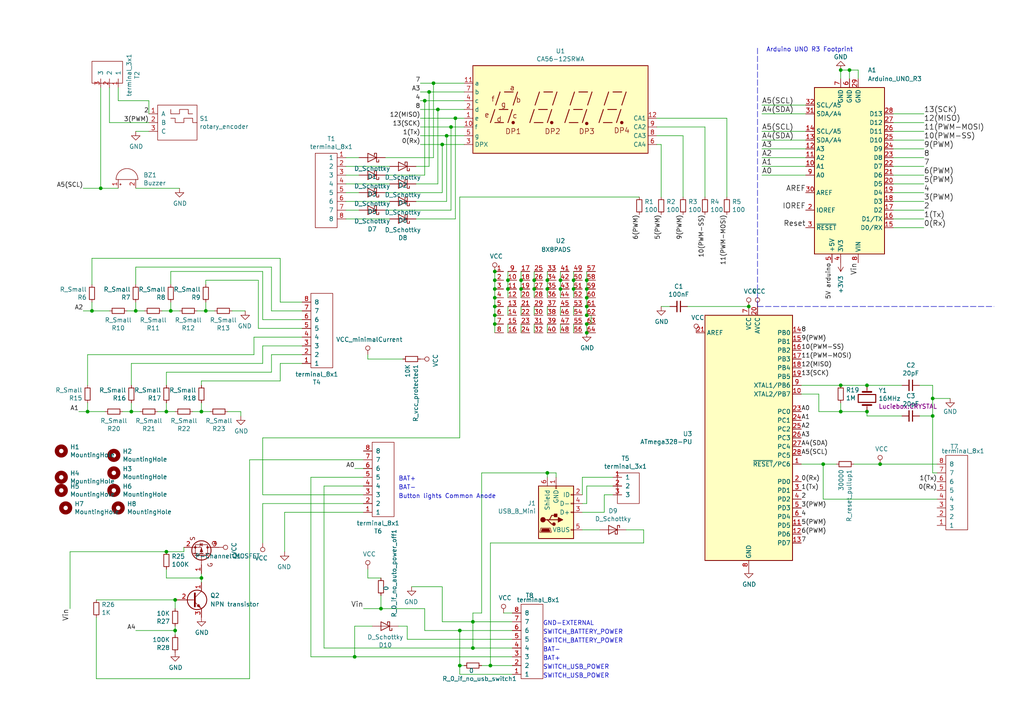
<source format=kicad_sch>
(kicad_sch (version 20211123) (generator eeschema)
  (paper "A4")
  (junction (at 255.27 134.62))
  (junction (at 133.35 193.04))
  (junction (at 143.51 86.36))
  (junction (at 154.94 81.28))
  (junction (at 128.27 41.91))
  (junction (at 39.37 90.17))
  (junction (at 270.51 115.57))
  (junction (at 124.46 26.67))
  (junction (at 170.18 81.28))
  (junction (at 147.32 81.28))
  (junction (at 29.21 54.61))
  (junction (at 143.51 88.9))
  (junction (at 143.51 81.28))
  (junction (at 25.4 119.38))
  (junction (at 246.38 20.32))
  (junction (at 38.1 119.38))
  (junction (at 166.37 81.28))
  (junction (at 133.35 182.88))
  (junction (at 143.51 91.44))
  (junction (at 102.87 190.5))
  (junction (at 143.51 78.74))
  (junction (at 58.42 167.64))
  (junction (at 125.73 24.13))
  (junction (at 127 31.75))
  (junction (at 59.69 90.17))
  (junction (at 170.18 86.36))
  (junction (at 50.8 182.88))
  (junction (at 154.94 83.82))
  (junction (at 143.51 93.98))
  (junction (at 162.56 81.28))
  (junction (at 49.53 90.17))
  (junction (at 137.16 180.34))
  (junction (at 270.51 120.65))
  (junction (at 170.18 83.82))
  (junction (at 170.18 93.98))
  (junction (at 238.76 134.62))
  (junction (at 123.19 29.21))
  (junction (at 251.46 111.76))
  (junction (at 151.13 83.82))
  (junction (at 217.17 88.9))
  (junction (at 110.49 176.53))
  (junction (at 142.24 193.04))
  (junction (at 170.18 91.44))
  (junction (at 158.75 83.82))
  (junction (at 243.84 119.38))
  (junction (at 50.8 173.99))
  (junction (at 158.75 81.28))
  (junction (at 170.18 88.9))
  (junction (at 170.18 96.52))
  (junction (at 151.13 81.28))
  (junction (at 58.42 119.38))
  (junction (at 243.84 111.76))
  (junction (at 243.84 20.32))
  (junction (at 48.26 119.38))
  (junction (at 129.54 39.37))
  (junction (at 26.67 90.17))
  (junction (at 132.08 34.29))
  (junction (at 251.46 119.38))
  (junction (at 130.81 36.83))
  (junction (at 143.51 83.82))
  (junction (at 162.56 83.82))
  (junction (at 48.26 160.02))
  (junction (at 147.32 83.82))
  (junction (at 158.75 137.16))
  (junction (at 137.16 187.96))
  (junction (at 166.37 83.82))
  (wire (pts (xy 259.08 33.02) (xy 267.97 33.02)))
  (wire (pts (xy 130.81 60.96) (xy 130.81 36.83)))
  (wire (pts (xy 123.19 29.21) (xy 134.62 29.21)))
  (wire (pts (xy 186.69 153.67) (xy 186.69 157.48)))
  (wire (pts (xy 237.49 119.38) (xy 243.84 119.38)))
  (wire (pts (xy 133.35 195.58) (xy 133.35 193.04)))
  (wire (pts (xy 26.67 74.93) (xy 26.67 82.55)))
  (wire (pts (xy 48.26 160.02) (xy 53.34 160.02)))
  (wire (pts (xy 125.73 24.13) (xy 134.62 24.13)))
  (wire (pts (xy 76.2 146.05) (xy 105.41 146.05)))
  (wire (pts (xy 102.87 190.5) (xy 102.87 181.61)))
  (wire (pts (xy 158.75 137.16) (xy 158.75 138.43)))
  (wire (pts (xy 24.13 54.61) (xy 29.21 54.61)))
  (wire (pts (xy 132.08 63.5) (xy 132.08 34.29)))
  (wire (pts (xy 168.91 153.67) (xy 173.99 153.67)))
  (wire (pts (xy 110.49 176.53) (xy 123.19 176.53)))
  (wire (pts (xy 119.38 170.18) (xy 128.27 170.18)))
  (wire (pts (xy 87.63 100.33) (xy 76.2 100.33)))
  (wire (pts (xy 237.49 114.3) (xy 232.41 114.3)))
  (wire (pts (xy 242.57 134.62) (xy 238.76 134.62)))
  (wire (pts (xy 137.16 187.96) (xy 148.59 187.96)))
  (wire (pts (xy 50.8 173.99) (xy 50.8 176.53)))
  (wire (pts (xy 58.42 167.64) (xy 58.42 168.91)))
  (wire (pts (xy 158.75 81.28) (xy 158.75 78.74)))
  (wire (pts (xy 151.13 78.74) (xy 151.13 81.28)))
  (wire (pts (xy 93.98 187.96) (xy 93.98 140.97)))
  (wire (pts (xy 62.23 90.17) (xy 59.69 90.17)))
  (wire (pts (xy 246.38 20.32) (xy 243.84 20.32)))
  (wire (pts (xy 82.55 148.59) (xy 82.55 160.02)))
  (wire (pts (xy 134.62 193.04) (xy 133.35 193.04)))
  (wire (pts (xy 259.08 63.5) (xy 267.97 63.5)))
  (wire (pts (xy 69.85 119.38) (xy 69.85 120.65)))
  (wire (pts (xy 166.37 86.36) (xy 166.37 83.82)))
  (wire (pts (xy 151.13 83.82) (xy 151.13 86.36)))
  (wire (pts (xy 102.87 181.61) (xy 107.95 181.61)))
  (wire (pts (xy 158.75 96.52) (xy 158.75 93.98)))
  (wire (pts (xy 162.56 93.98) (xy 162.56 96.52)))
  (wire (pts (xy 248.92 20.32) (xy 246.38 20.32)))
  (wire (pts (xy 128.27 55.88) (xy 128.27 41.91)))
  (wire (pts (xy 127 53.34) (xy 120.65 53.34)))
  (wire (pts (xy 100.33 48.26) (xy 113.03 48.26)))
  (wire (pts (xy 190.5 39.37) (xy 198.12 39.37)))
  (wire (pts (xy 171.45 93.98) (xy 171.45 91.44)))
  (wire (pts (xy 25.4 119.38) (xy 25.4 116.84)))
  (wire (pts (xy 48.26 107.95) (xy 48.26 111.76)))
  (wire (pts (xy 270.51 111.76) (xy 270.51 115.57)))
  (wire (pts (xy 24.13 90.17) (xy 26.67 90.17)))
  (wire (pts (xy 168.91 148.59) (xy 175.26 148.59)))
  (wire (pts (xy 270.51 137.16) (xy 271.78 137.16)))
  (wire (pts (xy 190.5 41.91) (xy 191.77 41.91)))
  (wire (pts (xy 199.39 88.9) (xy 217.17 88.9)))
  (wire (pts (xy 170.18 93.98) (xy 171.45 93.98)))
  (wire (pts (xy 49.53 78.74) (xy 49.53 82.55)))
  (wire (pts (xy 233.68 50.8) (xy 220.98 50.8)))
  (wire (pts (xy 143.51 78.74) (xy 143.51 81.28)))
  (wire (pts (xy 259.08 60.96) (xy 267.97 60.96)))
  (wire (pts (xy 137.16 180.34) (xy 137.16 177.8)))
  (wire (pts (xy 243.84 116.84) (xy 243.84 119.38)))
  (wire (pts (xy 36.83 90.17) (xy 39.37 90.17)))
  (wire (pts (xy 76.2 143.51) (xy 105.41 143.51)))
  (wire (pts (xy 110.49 167.64) (xy 106.68 167.64)))
  (wire (pts (xy 87.63 87.63) (xy 81.28 87.63)))
  (wire (pts (xy 40.64 119.38) (xy 38.1 119.38)))
  (wire (pts (xy 158.75 91.44) (xy 158.75 88.9)))
  (wire (pts (xy 105.41 176.53) (xy 110.49 176.53)))
  (wire (pts (xy 233.68 30.48) (xy 220.98 30.48)))
  (wire (pts (xy 271.78 144.78) (xy 238.76 144.78)))
  (wire (pts (xy 78.74 90.17) (xy 87.63 90.17)))
  (wire (pts (xy 248.92 22.86) (xy 248.92 20.32)))
  (wire (pts (xy 100.33 50.8) (xy 104.14 50.8)))
  (wire (pts (xy 127 31.75) (xy 127 53.34)))
  (wire (pts (xy 148.59 180.34) (xy 137.16 180.34)))
  (wire (pts (xy 259.08 40.64) (xy 267.97 40.64)))
  (wire (pts (xy 39.37 77.47) (xy 78.74 77.47)))
  (wire (pts (xy 162.56 81.28) (xy 162.56 83.82)))
  (wire (pts (xy 177.8 138.43) (xy 168.91 138.43)))
  (wire (pts (xy 233.68 43.18) (xy 220.98 43.18)))
  (wire (pts (xy 270.51 120.65) (xy 270.51 137.16)))
  (wire (pts (xy 58.42 110.49) (xy 58.42 111.76)))
  (wire (pts (xy 175.26 143.51) (xy 177.8 143.51)))
  (wire (pts (xy 170.18 81.28) (xy 170.18 78.74)))
  (wire (pts (xy 74.93 81.28) (xy 59.69 81.28)))
  (wire (pts (xy 35.56 119.38) (xy 38.1 119.38)))
  (wire (pts (xy 118.11 181.61) (xy 118.11 185.42)))
  (wire (pts (xy 147.32 81.28) (xy 147.32 83.82)))
  (wire (pts (xy 166.37 81.28) (xy 166.37 78.74)))
  (wire (pts (xy 210.82 34.29) (xy 210.82 57.15)))
  (wire (pts (xy 78.74 77.47) (xy 78.74 90.17)))
  (wire (pts (xy 59.69 81.28) (xy 59.69 82.55)))
  (wire (pts (xy 50.8 182.88) (xy 50.8 184.15)))
  (wire (pts (xy 73.66 97.79) (xy 73.66 102.87)))
  (wire (pts (xy 31.75 90.17) (xy 26.67 90.17)))
  (wire (pts (xy 90.17 138.43) (xy 90.17 190.5)))
  (wire (pts (xy 158.75 83.82) (xy 158.75 81.28)))
  (wire (pts (xy 81.28 87.63) (xy 81.28 74.93)))
  (wire (pts (xy 143.51 93.98) (xy 143.51 96.52)))
  (wire (pts (xy 30.48 119.38) (xy 25.4 119.38)))
  (wire (pts (xy 170.18 86.36) (xy 170.18 83.82)))
  (wire (pts (xy 102.87 135.89) (xy 105.41 135.89)))
  (wire (pts (xy 120.65 63.5) (xy 132.08 63.5)))
  (wire (pts (xy 52.07 90.17) (xy 49.53 90.17)))
  (wire (pts (xy 168.91 138.43) (xy 168.91 143.51)))
  (wire (pts (xy 259.08 66.04) (xy 267.97 66.04)))
  (wire (pts (xy 143.51 83.82) (xy 143.51 86.36)))
  (wire (pts (xy 93.98 187.96) (xy 137.16 187.96)))
  (wire (pts (xy 90.17 138.43) (xy 105.41 138.43)))
  (wire (pts (xy 154.94 83.82) (xy 154.94 86.36)))
  (wire (pts (xy 48.26 119.38) (xy 48.26 116.84)))
  (wire (pts (xy 25.4 102.87) (xy 25.4 111.76)))
  (wire (pts (xy 251.46 120.65) (xy 251.46 119.38)))
  (wire (pts (xy 151.13 96.52) (xy 151.13 93.98)))
  (wire (pts (xy 72.39 196.85) (xy 27.94 196.85)))
  (wire (pts (xy 148.59 195.58) (xy 133.35 195.58)))
  (wire (pts (xy 186.69 153.67) (xy 181.61 153.67)))
  (wire (pts (xy 93.98 140.97) (xy 105.41 140.97)))
  (wire (pts (xy 100.33 53.34) (xy 113.03 53.34)))
  (wire (pts (xy 142.24 193.04) (xy 148.59 193.04)))
  (wire (pts (xy 259.08 50.8) (xy 267.97 50.8)))
  (wire (pts (xy 139.7 193.04) (xy 142.24 193.04)))
  (wire (pts (xy 110.49 172.72) (xy 110.49 176.53)))
  (wire (pts (xy 38.1 105.41) (xy 38.1 111.76)))
  (wire (pts (xy 162.56 88.9) (xy 162.56 91.44)))
  (wire (pts (xy 261.62 120.65) (xy 251.46 120.65)))
  (wire (pts (xy 270.51 120.65) (xy 266.7 120.65)))
  (wire (pts (xy 137.16 180.34) (xy 137.16 187.96)))
  (wire (pts (xy 251.46 119.38) (xy 243.84 119.38)))
  (wire (pts (xy 90.17 190.5) (xy 102.87 190.5)))
  (wire (pts (xy 133.35 182.88) (xy 148.59 182.88)))
  (wire (pts (xy 190.5 36.83) (xy 204.47 36.83)))
  (wire (pts (xy 87.63 102.87) (xy 78.74 102.87)))
  (wire (pts (xy 50.8 119.38) (xy 48.26 119.38)))
  (wire (pts (xy 121.92 29.21) (xy 123.19 29.21)))
  (wire (pts (xy 66.04 119.38) (xy 69.85 119.38)))
  (wire (pts (xy 166.37 96.52) (xy 166.37 93.98)))
  (wire (pts (xy 154.94 78.74) (xy 154.94 81.28)))
  (wire (pts (xy 190.5 34.29) (xy 210.82 34.29)))
  (wire (pts (xy 238.76 144.78) (xy 238.76 134.62)))
  (wire (pts (xy 120.65 58.42) (xy 129.54 58.42)))
  (wire (pts (xy 259.08 48.26) (xy 267.97 48.26)))
  (wire (pts (xy 125.73 24.13) (xy 125.73 45.72)))
  (wire (pts (xy 49.53 90.17) (xy 49.53 87.63)))
  (wire (pts (xy 270.51 115.57) (xy 270.51 120.65)))
  (wire (pts (xy 161.29 137.16) (xy 161.29 138.43)))
  (wire (pts (xy 20.32 160.02) (xy 20.32 176.53)))
  (wire (pts (xy 251.46 111.76) (xy 261.62 111.76)))
  (wire (pts (xy 100.33 60.96) (xy 104.14 60.96)))
  (wire (pts (xy 233.68 38.1) (xy 220.98 38.1)))
  (wire (pts (xy 106.68 104.14) (xy 106.68 102.87)))
  (wire (pts (xy 132.08 34.29) (xy 134.62 34.29)))
  (wire (pts (xy 22.86 119.38) (xy 25.4 119.38)))
  (wire (pts (xy 60.96 119.38) (xy 58.42 119.38)))
  (wire (pts (xy 57.15 90.17) (xy 59.69 90.17)))
  (wire (pts (xy 154.94 81.28) (xy 154.94 83.82)))
  (wire (pts (xy 170.18 83.82) (xy 170.18 81.28)))
  (wire (pts (xy 127 31.75) (xy 134.62 31.75)))
  (wire (pts (xy 38.1 119.38) (xy 38.1 116.84)))
  (wire (pts (xy 27.94 173.99) (xy 50.8 173.99)))
  (wire (pts (xy 76.2 146.05) (xy 76.2 157.48)))
  (wire (pts (xy 259.08 38.1) (xy 267.97 38.1)))
  (wire (pts (xy 233.68 48.26) (xy 220.98 48.26)))
  (wire (pts (xy 259.08 58.42) (xy 267.97 58.42)))
  (wire (pts (xy 123.19 29.21) (xy 123.19 50.8)))
  (wire (pts (xy 130.81 36.83) (xy 134.62 36.83)))
  (wire (pts (xy 48.26 160.02) (xy 20.32 160.02)))
  (wire (pts (xy 53.34 158.75) (xy 53.34 160.02)))
  (wire (pts (xy 48.26 165.1) (xy 48.26 167.64)))
  (wire (pts (xy 29.21 54.61) (xy 34.29 54.61)))
  (wire (pts (xy 123.19 50.8) (xy 111.76 50.8)))
  (wire (pts (xy 166.37 91.44) (xy 166.37 88.9)))
  (wire (pts (xy 76.2 78.74) (xy 49.53 78.74)))
  (wire (pts (xy 158.75 86.36) (xy 158.75 83.82)))
  (wire (pts (xy 243.84 111.76) (xy 251.46 111.76)))
  (wire (pts (xy 147.32 83.82) (xy 147.32 86.36)))
  (wire (pts (xy 78.74 107.95) (xy 48.26 107.95)))
  (wire (pts (xy 175.26 148.59) (xy 175.26 143.51)))
  (wire (pts (xy 124.46 48.26) (xy 120.65 48.26)))
  (wire (pts (xy 142.24 157.48) (xy 142.24 193.04)))
  (wire (pts (xy 247.65 134.62) (xy 255.27 134.62)))
  (wire (pts (xy 43.18 35.56) (xy 31.75 35.56)))
  (wire (pts (xy 123.19 176.53) (xy 123.19 182.88)))
  (wire (pts (xy 170.18 91.44) (xy 170.18 88.9)))
  (wire (pts (xy 243.84 20.32) (xy 243.84 22.86)))
  (wire (pts (xy 111.76 60.96) (xy 130.81 60.96)))
  (wire (pts (xy 100.33 58.42) (xy 113.03 58.42)))
  (wire (pts (xy 259.08 43.18) (xy 267.97 43.18)))
  (wire (pts (xy 74.93 95.25) (xy 74.93 81.28)))
  (wire (pts (xy 233.68 33.02) (xy 220.98 33.02)))
  (wire (pts (xy 105.41 133.35) (xy 72.39 133.35)))
  (wire (pts (xy 115.57 181.61) (xy 118.11 181.61)))
  (wire (pts (xy 26.67 90.17) (xy 26.67 87.63)))
  (wire (pts (xy 143.51 81.28) (xy 143.51 83.82)))
  (wire (pts (xy 121.92 24.13) (xy 125.73 24.13)))
  (wire (pts (xy 121.92 34.29) (xy 132.08 34.29)))
  (wire (pts (xy 246.38 22.86) (xy 246.38 20.32)))
  (wire (pts (xy 259.08 55.88) (xy 267.97 55.88)))
  (wire (pts (xy 170.18 96.52) (xy 170.18 93.98)))
  (polyline (pts (xy 219.71 13.97) (xy 219.71 88.9)))
  (wire (pts (xy 259.08 53.34) (xy 267.97 53.34)))
  (wire (pts (xy 39.37 182.88) (xy 50.8 182.88)))
  (wire (pts (xy 133.35 57.15) (xy 133.35 127)))
  (wire (pts (xy 81.28 74.93) (xy 26.67 74.93)))
  (wire (pts (xy 147.32 88.9) (xy 147.32 91.44)))
  (wire (pts (xy 259.08 35.56) (xy 267.97 35.56)))
  (wire (pts (xy 87.63 95.25) (xy 74.93 95.25)))
  (wire (pts (xy 76.2 105.41) (xy 38.1 105.41)))
  (wire (pts (xy 147.32 93.98) (xy 147.32 96.52)))
  (wire (pts (xy 39.37 90.17) (xy 39.37 87.63)))
  (wire (pts (xy 171.45 91.44) (xy 170.18 91.44)))
  (wire (pts (xy 87.63 92.71) (xy 76.2 92.71)))
  (wire (pts (xy 151.13 91.44) (xy 151.13 88.9)))
  (wire (pts (xy 31.75 25.4) (xy 31.75 35.56)))
  (wire (pts (xy 100.33 63.5) (xy 113.03 63.5)))
  (wire (pts (xy 50.8 181.61) (xy 50.8 182.88)))
  (wire (pts (xy 147.32 78.74) (xy 147.32 81.28)))
  (wire (pts (xy 137.16 177.8) (xy 139.7 177.8)))
  (wire (pts (xy 133.35 193.04) (xy 133.35 182.88)))
  (wire (pts (xy 27.94 179.07) (xy 27.94 196.85)))
  (wire (pts (xy 133.35 127) (xy 76.2 127)))
  (wire (pts (xy 124.46 26.67) (xy 134.62 26.67)))
  (wire (pts (xy 259.08 45.72) (xy 267.97 45.72)))
  (wire (pts (xy 121.92 41.91) (xy 128.27 41.91)))
  (wire (pts (xy 166.37 83.82) (xy 166.37 81.28)))
  (wire (pts (xy 238.76 134.62) (xy 232.41 134.62)))
  (wire (pts (xy 191.77 41.91) (xy 191.77 57.15)))
  (wire (pts (xy 158.75 137.16) (xy 161.29 137.16)))
  (wire (pts (xy 162.56 83.82) (xy 162.56 86.36)))
  (wire (pts (xy 170.18 140.97) (xy 170.18 146.05)))
  (wire (pts (xy 87.63 97.79) (xy 73.66 97.79)))
  (wire (pts (xy 72.39 133.35) (xy 72.39 196.85)))
  (wire (pts (xy 170.18 88.9) (xy 170.18 86.36)))
  (wire (pts (xy 139.7 137.16) (xy 139.7 177.8)))
  (wire (pts (xy 139.7 137.16) (xy 158.75 137.16)))
  (wire (pts (xy 146.05 177.8) (xy 148.59 177.8)))
  (wire (pts (xy 121.92 31.75) (xy 127 31.75)))
  (wire (pts (xy 125.73 45.72) (xy 111.76 45.72)))
  (wire (pts (xy 29.21 25.4) (xy 29.21 54.61)))
  (wire (pts (xy 266.7 111.76) (xy 270.51 111.76)))
  (wire (pts (xy 34.29 29.21) (xy 34.29 25.4)))
  (wire (pts (xy 237.49 119.38) (xy 237.49 114.3)))
  (wire (pts (xy 143.51 86.36) (xy 143.51 88.9)))
  (wire (pts (xy 128.27 170.18) (xy 128.27 180.34)))
  (wire (pts (xy 81.28 105.41) (xy 81.28 110.49)))
  (wire (pts (xy 76.2 92.71) (xy 76.2 78.74)))
  (wire (pts (xy 100.33 55.88) (xy 104.14 55.88)))
  (wire (pts (xy 67.31 90.17) (xy 71.12 90.17)))
  (wire (pts (xy 143.51 88.9) (xy 143.51 91.44)))
  (wire (pts (xy 121.92 36.83) (xy 130.81 36.83)))
  (wire (pts (xy 170.18 146.05) (xy 168.91 146.05)))
  (wire (pts (xy 232.41 111.76) (xy 243.84 111.76)))
  (wire (pts (xy 59.69 90.17) (xy 59.69 87.63)))
  (wire (pts (xy 43.18 33.02) (xy 43.18 29.21)))
  (wire (pts (xy 106.68 167.64) (xy 106.68 165.1)))
  (wire (pts (xy 78.74 102.87) (xy 78.74 107.95)))
  (wire (pts (xy 111.76 55.88) (xy 128.27 55.88)))
  (wire (pts (xy 55.88 119.38) (xy 58.42 119.38)))
  (wire (pts (xy 128.27 180.34) (xy 137.16 180.34)))
  (wire (pts (xy 204.47 36.83) (xy 204.47 57.15)))
  (wire (pts (xy 39.37 54.61) (xy 52.07 54.61)))
  (wire (pts (xy 82.55 148.59) (xy 105.41 148.59)))
  (wire (pts (xy 121.92 26.67) (xy 124.46 26.67)))
  (wire (pts (xy 121.92 39.37) (xy 129.54 39.37)))
  (wire (pts (xy 39.37 38.1) (xy 43.18 38.1)))
  (polyline (pts (xy 219.71 88.9) (xy 288.29 88.9)))
  (wire (pts (xy 39.37 82.55) (xy 39.37 77.47)))
  (wire (pts (xy 41.91 90.17) (xy 39.37 90.17)))
  (wire (pts (xy 45.72 119.38) (xy 48.26 119.38)))
  (wire (pts (xy 116.84 104.14) (xy 106.68 104.14)))
  (wire (pts (xy 43.18 29.21) (xy 34.29 29.21)))
  (wire (pts (xy 100.33 45.72) (xy 104.14 45.72)))
  (wire (pts (xy 233.68 45.72) (xy 220.98 45.72)))
  (wire (pts (xy 76.2 100.33) (xy 76.2 105.41)))
  (wire (pts (xy 124.46 26.67) (xy 124.46 48.26)))
  (wire (pts (xy 233.68 40.64) (xy 220.98 40.64)))
  (wire (pts (xy 154.94 93.98) (xy 154.94 96.52)))
  (wire (pts (xy 142.24 157.48) (xy 186.69 157.48)))
  (wire (pts (xy 46.99 90.17) (xy 49.53 90.17)))
  (wire (pts (xy 129.54 39.37) (xy 134.62 39.37)))
  (wire (pts (xy 123.19 182.88) (xy 133.35 182.88)))
  (wire (pts (xy 191.77 88.9) (xy 194.31 88.9)))
  (wire (pts (xy 198.12 39.37) (xy 198.12 57.15)))
  (wire (pts (xy 162.56 78.74) (xy 162.56 81.28)))
  (wire (pts (xy 133.35 57.15) (xy 185.42 57.15)))
  (wire (pts (xy 154.94 88.9) (xy 154.94 91.44)))
  (wire (pts (xy 129.54 58.42) (xy 129.54 39.37)))
  (wire (pts (xy 48.26 167.64) (xy 58.42 167.64)))
  (wire (pts (xy 275.59 115.57) (xy 270.51 115.57)))
  (wire (pts (xy 58.42 119.38) (xy 58.42 116.84)))
  (wire (pts (xy 87.63 105.41) (xy 81.28 105.41)))
  (wire (pts (xy 118.11 185.42) (xy 148.59 185.42)))
  (wire (pts (xy 151.13 81.28) (xy 151.13 83.82)))
  (wire (pts (xy 81.28 110.49) (xy 58.42 110.49)))
  (wire (pts (xy 58.42 166.37) (xy 58.42 167.64)))
  (wire (pts (xy 73.66 102.87) (xy 25.4 102.87)))
  (wire (pts (xy 143.51 91.44) (xy 143.51 93.98)))
  (wire (pts (xy 76.2 127) (xy 76.2 143.51)))
  (wire (pts (xy 128.27 41.91) (xy 134.62 41.91)))
  (wire (pts (xy 177.8 140.97) (xy 170.18 140.97)))
  (wire (pts (xy 102.87 190.5) (xy 148.59 190.5)))
  (wire (pts (xy 271.78 134.62) (xy 255.27 134.62)))
  (text "GND-EXTERNAL" (at 157.48 181.61 0) (effects (font (size 1.27 1.27)) (justify left bottom)))
  (text "BAT-" (at 157.48 189.23 0) (effects (font (size 1.27 1.27)) (justify left bottom)))
  (text "BAT+" (at 157.48 191.77 0) (effects (font (size 1.27 1.27)) (justify left bottom)))
  (text "SWITCH_BATTERY_POWER" (at 157.48 184.15 0) (effects (font (size 1.27 1.27)) (justify left bottom)))
  (text "SWITCH_USB_POWER" (at 157.48 194.31 0) (effects (font (size 1.27 1.27)) (justify left bottom)))
  (text "BAT-" (at 115.57 142.24 0) (effects (font (size 1.27 1.27)) (justify left bottom)))
  (text "Arduino UNO R3 Footprint" (at 222.25 15.24 0) (effects (font (size 1.27 1.27)) (justify left bottom)))
  (text "SWITCH_BATTERY_POWER" (at 157.48 186.69 0) (effects (font (size 1.27 1.27)) (justify left bottom)))
  (text "SWITCH_USB_POWER" (at 157.48 196.85 0) (effects (font (size 1.27 1.27)) (justify left bottom)))
  (text "BAT+" (at 115.57 139.7 0) (effects (font (size 1.27 1.27)) (justify left bottom)))
  (text "Button lights Common Anode" (at 115.57 144.78 0) (effects (font (size 1.27 1.27)) (justify left bottom)))
  (label "0(Rx)" (at 232.41 139.7 0))
  (label "A5(SCL)" (at 232.41 132.08 0))
  (label "Reset" (at 233.68 66.04 180) (effects (font (size 1.524 1.524))))
  (label "IOREF" (at 233.68 60.96 180) (effects (font (size 1.524 1.524))))
  (label "11(PWM-MOSI)" (at 210.82 62.23 270))
  (label "11(PWM-MOSI)" (at 232.41 104.14 0))
  (label "4" (at 267.97 55.88 0) (effects (font (size 1.524 1.524))))
  (label "1(Tx)" (at 267.97 63.5 0) (effects (font (size 1.524 1.524))))
  (label "12(MISO)" (at 267.97 35.56 0) (effects (font (size 1.524 1.524))))
  (label "1(Tx)" (at 121.92 39.37 180))
  (label "10(PWM-SS)" (at 232.41 101.6 0))
  (label "A0" (at 232.41 119.38 0))
  (label "3(PWM)" (at 232.41 147.32 0))
  (label "2" (at 232.41 144.78 0))
  (label "6(PWM)" (at 232.41 154.94 0))
  (label "1(Tx)" (at 232.41 142.24 0))
  (label "12(MISO)" (at 232.41 106.68 0))
  (label "8" (at 267.97 45.72 0) (effects (font (size 1.524 1.524))))
  (label "AREF" (at 233.68 55.88 180) (effects (font (size 1.524 1.524))))
  (label "A2" (at 24.13 90.17 180))
  (label "10(PWM-SS)" (at 267.97 40.64 0) (effects (font (size 1.524 1.524))))
  (label "8" (at 232.41 96.52 0))
  (label "0(Rx)" (at 121.92 41.91 180))
  (label "4" (at 121.92 29.21 180))
  (label "A0" (at 102.87 135.89 180))
  (label "9(PWM)" (at 232.41 99.06 0))
  (label "A5(SCL)" (at 220.98 38.1 0) (effects (font (size 1.524 1.524))))
  (label "A1" (at 22.86 119.38 180))
  (label "7" (at 267.97 48.26 0) (effects (font (size 1.524 1.524))))
  (label "5(PWM)" (at 191.77 62.23 270))
  (label "5(PWM)" (at 232.41 152.4 0))
  (label "2" (at 267.97 60.96 0) (effects (font (size 1.524 1.524))))
  (label "Vin" (at 20.32 176.53 270) (effects (font (size 1.524 1.524))))
  (label "A5(SCL)" (at 24.13 54.61 180))
  (label "2" (at 43.18 33.02 180))
  (label "A1" (at 220.98 48.26 0) (effects (font (size 1.524 1.524))))
  (label "A1" (at 232.41 121.92 0))
  (label "8" (at 121.92 31.75 180))
  (label "A4" (at 39.37 182.88 180))
  (label "Vin" (at 105.41 176.53 180) (effects (font (size 1.524 1.524))))
  (label "A4(SDA)" (at 232.41 129.54 0))
  (label "A5(SCL)" (at 220.98 30.48 0) (effects (font (size 1.524 1.524))))
  (label "A4(SDA)" (at 220.98 40.64 0) (effects (font (size 1.524 1.524))))
  (label "11(PWM-MOSI)" (at 267.97 38.1 0) (effects (font (size 1.524 1.524))))
  (label "3(PWM)" (at 267.97 58.42 0) (effects (font (size 1.524 1.524))))
  (label "A2" (at 232.41 124.46 0))
  (label "7" (at 121.92 24.13 180))
  (label "1(Tx)" (at 271.78 139.7 180))
  (label "13(SCK)" (at 121.92 36.83 180))
  (label "9(PWM)" (at 198.12 62.23 270))
  (label "5V arduino" (at 241.3 76.2 270))
  (label "7" (at 232.41 157.48 0))
  (label "A3" (at 121.92 26.67 180))
  (label "13(SCK)" (at 232.41 109.22 0))
  (label "3(PWM)" (at 43.18 35.56 180))
  (label "13(SCK)" (at 267.97 33.02 0) (effects (font (size 1.524 1.524))))
  (label "A3" (at 232.41 127 0))
  (label "12(MISO)" (at 121.92 34.29 180))
  (label "0(Rx)" (at 271.78 142.24 180))
  (label "9(PWM)" (at 267.97 43.18 0) (effects (font (size 1.524 1.524))))
  (label "4" (at 232.41 149.86 0))
  (label "0(Rx)" (at 267.97 66.04 0) (effects (font (size 1.524 1.524))))
  (label "A0" (at 220.98 50.8 0) (effects (font (size 1.524 1.524))))
  (label "5(PWM)" (at 267.97 53.34 0) (effects (font (size 1.524 1.524))))
  (label "A4(SDA)" (at 220.98 33.02 0) (effects (font (size 1.524 1.524))))
  (label "10(PWM-SS)" (at 204.47 62.23 270))
  (label "6(PWM)" (at 185.42 62.23 270))
  (label "A2" (at 220.98 45.72 0) (effects (font (size 1.524 1.524))))
  (label "A3" (at 220.98 43.18 0) (effects (font (size 1.524 1.524))))
  (label "Vin" (at 248.92 76.2 270) (effects (font (size 1.524 1.524))))
  (label "6(PWM)" (at 267.97 50.8 0) (effects (font (size 1.524 1.524))))
  (symbol (lib_id "Luciebox_components:R_Small-Device") (at 245.11 134.62 270) (unit 1)
    (property "Reference" "R_reset_pullup1" (at 246.2784 136.1186 0) (effects (justify left)))
    (property "Value" "30000" (at 243.967 136.1186 0) (effects (justify left)))
    (property "Footprint" "Luciebox:0603_1608Metric" (effects hide))
  )
  (symbol (lib_id "Luciebox_components:R_Small-Device") (at 191.77 59.69 0) (unit 1)
    (property "Reference" "R2" (at 193.2686 58.5216 0) (effects (justify left)))
    (property "Value" "100" (at 193.2686 60.833 0) (effects (justify left)))
    (property "Footprint" "Luciebox:0603_1608Metric" (effects hide))
  )
  (symbol (lib_id "Luciebox_components:D_Schottky") (at 116.84 63.5 180) (unit 1)
    (property "Reference" "D8" (at 116.84 68.9864 0))
    (property "Value" "D_Schottky" (at 116.84 66.675 0))
    (property "Footprint" "Luciebox:D_SMA" (effects hide))
  )
  (symbol (lib_id "Luciebox_components:R_Small-Device") (at 27.94 176.53 0) (unit 1)
    (property "Reference" "R26" (at 29.4386 175.3616 0) (effects (justify left)))
    (property "Value" "1K" (at 29.4386 177.673 0) (effects (justify left)))
    (property "Footprint" "Luciebox:0603_1608Metric" (effects hide))
  )
  (symbol (lib_id "Luciebox_components:8X8PADS") (at 151.13 100.33 0) (unit 1)
    (property "Reference" "U2" (at 162.56 69.85 0))
    (property "Value" "8X8PADS" (at 161.29 72.39 0))
    (property "Footprint" "Luciebox:64_PADS_100mil" (effects hide))
  )
  (symbol (lib_id "Luciebox_components:+3.3V-power") (at 243.84 76.2 180) (unit 1)
    (property "Reference" "#PWR0102" (effects hide))
    (property "Value" "+3.3V" (at 243.84 82.55 90))
  )
  (symbol (lib_id "Luciebox_components:VCC-power") (at 219.71 88.9 0) (unit 1)
    (property "Reference" "#PWR09" (effects hide))
    (property "Value" "VCC" (at 220.1418 84.5058 0))
  )
  (symbol (lib_id "Luciebox_components:R_Small-Device") (at 204.47 59.69 0) (unit 1)
    (property "Reference" "R4" (at 205.9686 58.5216 0) (effects (justify left)))
    (property "Value" "100" (at 205.9686 60.833 0) (effects (justify left)))
    (property "Footprint" "Luciebox:0603_1608Metric" (effects hide))
  )
  (symbol (lib_id "Luciebox_components:MountingHole") (at 33.02 132.08 0) (unit 1)
    (property "Reference" "H2" (at 35.56 130.9116 0) (effects (justify left)))
    (property "Value" "MountingHole" (at 35.56 133.223 0) (effects (justify left)))
    (property "Footprint" "Luciebox:MountingHole_4.3mm_M4" (effects hide))
  )
  (symbol (lib_id "Luciebox_components:C_Small-Device") (at 264.16 120.65 270) (unit 1)
    (property "Reference" "C3" (at 264.16 114.8334 90))
    (property "Value" "20pF" (at 264.16 117.1448 90))
    (property "Footprint" "Luciebox:0603_1608Metric" (effects hide))
  )
  (symbol (lib_id "Luciebox_components:terminal_3x1") (at 34.29 24.13 90) (unit 1)
    (property "Reference" "T2" (at 39.751 21.7932 0))
    (property "Value" "terminal_3x1" (at 37.4396 21.7932 0))
    (property "Footprint" "Luciebox:Terminal_3x1_100mil" (effects hide))
  )
  (symbol (lib_id "Luciebox_components:MountingHole") (at 19.05 147.32 0) (unit 1)
    (property "Reference" "H7" (at 21.59 146.1516 0) (effects (justify left)))
    (property "Value" "MountingHole" (at 21.59 148.463 0) (effects (justify left)))
    (property "Footprint" "Luciebox:MountingHole_4.3mm_M4" (effects hide))
  )
  (symbol (lib_id "Luciebox_components:VCC-power") (at 146.05 177.8 0) (unit 1)
    (property "Reference" "#PWR024" (effects hide))
    (property "Value" "VCC" (at 146.4818 173.4058 0))
  )
  (symbol (lib_id "Luciebox_components:NPN transistor") (at 55.88 173.99 0) (unit 1)
    (property "Reference" "Q2" (at 60.96 172.7199 0) (effects (justify left)))
    (property "Value" "NPN transistor" (at 60.96 175.2599 0) (effects (justify left)))
    (property "Footprint" "Luciebox:SOT-23" (effects hide))
  )
  (symbol (lib_id "Luciebox_components:VCC-power") (at 255.27 134.62 0) (unit 1)
    (property "Reference" "#PWR017" (effects hide))
    (property "Value" "VCC" (at 255.7018 130.2258 0))
  )
  (symbol (lib_id "Luciebox_components:terminal_8x1") (at 88.9 105.41 0) (unit 1)
    (property "Reference" "T4" (at 91.8718 110.871 0))
    (property "Value" "terminal_8x1" (at 91.8718 108.5596 0))
    (property "Footprint" "Luciebox:Terminal_8x1_100mil" (effects hide))
  )
  (symbol (lib_id "Luciebox_components:VCC-power") (at 143.51 78.74 0) (unit 1)
    (property "Reference" "#PWR04" (effects hide))
    (property "Value" "VCC" (at 143.9418 74.3458 0))
  )
  (symbol (lib_id "Luciebox_components:GND-power") (at 39.37 38.1 0) (unit 1)
    (property "Reference" "#PWR03" (effects hide))
    (property "Value" "GND" (at 39.497 42.4942 0))
  )
  (symbol (lib_id "Luciebox_components:R_Small-Device") (at 137.16 193.04 270) (unit 1)
    (property "Reference" "R_0_if_no_usb_switch1" (at 128.27 196.85 90) (effects (justify left)))
    (property "Value" "0" (at 136.017 194.5386 90) (effects (justify left)))
    (property "Footprint" "Luciebox:0603_1608Metric" (effects hide))
  )
  (symbol (lib_id "Luciebox_components:4digit_7segments_common_anode_CA56-12SRWA") (at 162.56 31.75 0) (unit 1)
    (property "Reference" "U1" (at 162.56 14.8082 0))
    (property "Value" "CA56-12SRWA" (at 162.56 17.1196 0))
    (property "Footprint" "Luciebox:CA56-12SRWA" (effects hide))
    (property "Datasheet" "http://www.kingbrightusa.com/images/catalog/SPEC/CA56-12SRWA.pdf" (effects hide))
  )
  (symbol (lib_id "Luciebox_components:D_Schottky") (at 116.84 58.42 180) (unit 1)
    (property "Reference" "D6" (at 116.84 63.9064 0))
    (property "Value" "D_Schottky" (at 116.84 61.595 0))
    (property "Footprint" "Luciebox:D_SMA" (effects hide))
  )
  (symbol (lib_id "Luciebox_components:VCC-power") (at 217.17 88.9 0) (unit 1)
    (property "Reference" "#PWR08" (effects hide))
    (property "Value" "VCC" (at 217.6018 84.5058 0))
  )
  (symbol (lib_id "Luciebox_components:VCC-power") (at 76.2 157.48 180) (unit 1)
    (property "Reference" "#PWR018" (effects hide))
    (property "Value" "VCC" (at 75.7682 161.8742 0))
  )
  (symbol (lib_id "Luciebox_components:R_Small-Device") (at 50.8 186.69 180) (unit 1)
    (property "Reference" "R28" (at 49.3014 187.8584 0) (effects (justify left)))
    (property "Value" "100K" (at 49.3014 185.547 0) (effects (justify left)))
    (property "Footprint" "Luciebox:0603_1608Metric" (effects hide))
  )
  (symbol (lib_id "Luciebox_components:GND-power") (at 82.55 160.02 0) (mirror y) (unit 1)
    (property "Reference" "#PWR020" (effects hide))
    (property "Value" "GND" (at 82.423 164.4142 0))
  )
  (symbol (lib_id "Luciebox_components:MountingHole") (at 33.02 137.16 0) (unit 1)
    (property "Reference" "H3" (at 35.56 135.9916 0) (effects (justify left)))
    (property "Value" "MountingHole" (at 35.56 138.303 0) (effects (justify left)))
    (property "Footprint" "Luciebox:MountingHole_4.3mm_M4" (effects hide))
  )
  (symbol (lib_id "Luciebox_components:R_Small") (at 48.26 114.3 180) (unit 1)
    (property "Reference" "R17" (at 46.7614 115.4684 0) (effects (justify left)))
    (property "Value" "R_Small" (at 46.7614 113.157 0) (effects (justify left)))
    (property "Footprint" "Luciebox:0603_1608Metric" (effects hide))
  )
  (symbol (lib_id "Luciebox_components:terminal_8x1") (at 99.06 45.72 180) (unit 1)
    (property "Reference" "T1" (at 96.0882 40.259 0))
    (property "Value" "terminal_8x1" (at 96.0882 42.5704 0))
    (property "Footprint" "Luciebox:Terminal_8x1_100mil" (effects hide))
  )
  (symbol (lib_id "power:GND") (at 69.85 120.65 0) (unit 1)
    (property "Reference" "#PWR016" (effects hide))
    (property "Value" "GND" (at 69.977 125.0442 0))
  )
  (symbol (lib_id "Luciebox_components:R_Small-Device") (at 50.8 179.07 180) (unit 1)
    (property "Reference" "R27" (at 49.3014 180.2384 0) (effects (justify left)))
    (property "Value" "10K" (at 49.3014 177.927 0) (effects (justify left)))
    (property "Footprint" "Luciebox:0603_1608Metric" (effects hide))
  )
  (symbol (lib_id "Luciebox_components:MountingHole") (at 17.78 138.43 0) (unit 1)
    (property "Reference" "H4" (at 20.32 137.2616 0) (effects (justify left)))
    (property "Value" "MountingHole" (at 20.32 139.573 0) (effects (justify left)))
    (property "Footprint" "Luciebox:MountingHole_4.3mm_M4" (effects hide))
  )
  (symbol (lib_id "Luciebox_components:R_Small") (at 59.69 85.09 180) (unit 1)
    (property "Reference" "R9" (at 58.1914 86.2584 0) (effects (justify left)))
    (property "Value" "R_Small" (at 58.1914 83.947 0) (effects (justify left)))
    (property "Footprint" "Luciebox:0603_1608Metric" (effects hide))
  )
  (symbol (lib_id "Luciebox_components:D_Schottky") (at 116.84 53.34 180) (unit 1)
    (property "Reference" "D4" (at 116.84 58.8264 0))
    (property "Value" "D_Schottky" (at 116.84 56.515 0))
    (property "Footprint" "Luciebox:D_SMA" (effects hide))
  )
  (symbol (lib_id "power:GND") (at 71.12 90.17 0) (mirror y) (unit 1)
    (property "Reference" "#PWR010" (effects hide))
    (property "Value" "GND" (at 70.993 94.5642 0))
  )
  (symbol (lib_id "Luciebox_components:R_Small") (at 53.34 119.38 90) (unit 1)
    (property "Reference" "R22" (at 53.34 124.3584 90))
    (property "Value" "R_Small" (at 53.34 122.047 90))
    (property "Footprint" "Luciebox:0603_1608Metric" (effects hide))
  )
  (symbol (lib_id "Luciebox_components:R_Small-Device") (at 198.12 59.69 0) (unit 1)
    (property "Reference" "R3" (at 199.6186 58.5216 0) (effects (justify left)))
    (property "Value" "100" (at 199.6186 60.833 0) (effects (justify left)))
    (property "Footprint" "Luciebox:0603_1608Metric" (effects hide))
  )
  (symbol (lib_id "Luciebox_components:R_Small") (at 49.53 85.09 180) (unit 1)
    (property "Reference" "R8" (at 48.0314 86.2584 0) (effects (justify left)))
    (property "Value" "R_Small" (at 48.0314 83.947 0) (effects (justify left)))
    (property "Footprint" "Luciebox:0603_1608Metric" (effects hide))
  )
  (symbol (lib_id "Luciebox_components:VCC-power") (at 106.68 165.1 0) (unit 1)
    (property "Reference" "#PWR021" (effects hide))
    (property "Value" "VCC" (at 107.1118 160.7058 0))
  )
  (symbol (lib_id "Luciebox_components:R_Small-Device") (at 243.84 114.3 0) (unit 1)
    (property "Reference" "R19" (at 245.3386 113.1316 0) (effects (justify left)))
    (property "Value" "1M" (at 245.3386 115.443 0) (effects (justify left)))
    (property "Footprint" "Luciebox:0603_1608Metric" (effects hide))
  )
  (symbol (lib_id "Luciebox_components:Crystal-Device") (at 251.46 115.57 270) (unit 1)
    (property "Reference" "Y1" (at 254.7874 113.2586 90) (effects (justify left)))
    (property "Value" "16MHz" (at 254.7874 115.57 90) (effects (justify left)))
    (property "Footprint" "Luciebox:CRYSTAL" (at 254.7874 117.8814 90) (effects (justify left)))
  )
  (symbol (lib_id "Luciebox_components:GND-power") (at 191.77 88.9 0) (unit 1)
    (property "Reference" "#PWR07" (effects hide))
    (property "Value" "GND" (at 191.897 93.2942 0))
  )
  (symbol (lib_id "Luciebox_components:GND-power") (at 119.38 170.18 0) (mirror y) (unit 1)
    (property "Reference" "#PWR023" (effects hide))
    (property "Value" "GND" (at 119.253 174.5742 0))
  )
  (symbol (lib_id "Luciebox_components:D_Schottky") (at 116.84 48.26 180) (unit 1)
    (property "Reference" "D2" (at 116.84 53.7464 0))
    (property "Value" "D_Schottky" (at 116.84 51.435 0))
    (property "Footprint" "Luciebox:D_SMA" (effects hide))
  )
  (symbol (lib_id "Luciebox_components:USB_B_Mini") (at 161.29 148.59 0) (mirror x) (unit 1)
    (property "Reference" "J1" (at 155.448 145.9738 0) (effects (justify right)))
    (property "Value" "USB_B_Mini" (at 155.448 148.2852 0) (effects (justify right)))
    (property "Footprint" "Luciebox:usb_mini_Molex-0548190519" (effects hide))
  )
  (symbol (lib_id "Luciebox_components:C_Small-Device") (at 196.85 88.9 270) (unit 1)
    (property "Reference" "C1" (at 196.85 83.0834 90))
    (property "Value" "100nF" (at 196.85 85.3948 90))
    (property "Footprint" "Luciebox:0603_1608Metric" (effects hide))
  )
  (symbol (lib_id "Luciebox_components:MountingHole") (at 34.29 147.32 0) (unit 1)
    (property "Reference" "H8" (at 36.83 146.1516 0) (effects (justify left)))
    (property "Value" "MountingHole" (at 36.83 148.463 0) (effects (justify left)))
    (property "Footprint" "Luciebox:MountingHole_4.3mm_M4" (effects hide))
  )
  (symbol (lib_id "Luciebox_components:R_Small") (at 64.77 90.17 90) (unit 1)
    (property "Reference" "R13" (at 64.77 95.1484 90))
    (property "Value" "R_Small" (at 64.77 92.837 90))
    (property "Footprint" "Luciebox:0603_1608Metric" (effects hide))
  )
  (symbol (lib_id "Luciebox_components:terminal_8x1") (at 273.05 152.4 0) (unit 1)
    (property "Reference" "T7" (at 275.59 129.54 0) (effects (justify left)))
    (property "Value" "terminal_8x1" (at 273.05 130.81 0) (effects (justify left)))
    (property "Footprint" "Luciebox:Terminal_8x1_100mil" (effects hide))
  )
  (symbol (lib_id "Luciebox_components:R_Small") (at 43.18 119.38 90) (unit 1)
    (property "Reference" "R21" (at 43.18 124.3584 90))
    (property "Value" "R_Small" (at 43.18 122.047 90))
    (property "Footprint" "Luciebox:0603_1608Metric" (effects hide))
  )
  (symbol (lib_id "Luciebox_components:GND-power") (at 50.8 189.23 0) (unit 1)
    (property "Reference" "#PWR026" (effects hide))
    (property "Value" "GND" (at 50.927 193.6242 0))
  )
  (symbol (lib_id "Luciebox_components:R_Small") (at 34.29 90.17 90) (unit 1)
    (property "Reference" "R10" (at 34.29 95.1484 90))
    (property "Value" "R_Small" (at 34.29 92.837 90))
    (property "Footprint" "Luciebox:0603_1608Metric" (effects hide))
  )
  (symbol (lib_id "Luciebox_components:R_Small") (at 63.5 119.38 90) (unit 1)
    (property "Reference" "R23" (at 63.5 124.3584 90))
    (property "Value" "R_Small" (at 63.5 122.047 90))
    (property "Footprint" "Luciebox:0603_1608Metric" (effects hide))
  )
  (symbol (lib_id "Luciebox_components:R_Small-Device") (at 48.26 162.56 0) (unit 1)
    (property "Reference" "R25" (at 49.7586 161.3916 0) (effects (justify left)))
    (property "Value" "100K" (at 49.7586 163.703 0) (effects (justify left)))
    (property "Footprint" "Luciebox:0603_1608Metric" (effects hide))
  )
  (symbol (lib_id "Luciebox_components:GND-power") (at 52.07 54.61 0) (unit 1)
    (property "Reference" "#PWR01" (effects hide))
    (property "Value" "GND" (at 52.197 59.0042 0))
  )
  (symbol (lib_id "Luciebox_components:GND-power") (at 243.84 20.32 180) (unit 1)
    (property "Reference" "#PWR0101" (effects hide))
    (property "Value" "GND" (at 243.84 16.51 0))
  )
  (symbol (lib_id "Luciebox_components:D_Schottky") (at 177.8 153.67 0) (mirror y) (unit 1)
    (property "Reference" "D9" (at 177.8 148.1836 0))
    (property "Value" "D_Schottky" (at 177.8 150.495 0))
    (property "Footprint" "Luciebox:D_SMA" (effects hide))
  )
  (symbol (lib_id "Luciebox_components:Buzzer-Device") (at 36.83 52.07 90) (unit 1)
    (property "Reference" "BZ1" (at 41.5798 50.7746 90) (effects (justify right)))
    (property "Value" "Buzzer" (at 41.5798 53.086 90) (effects (justify right)))
    (property "Footprint" "Luciebox:buzzer" (effects hide))
  )
  (symbol (lib_id "Luciebox_components:R_Small") (at 54.61 90.17 90) (unit 1)
    (property "Reference" "R12" (at 54.61 95.1484 90))
    (property "Value" "R_Small" (at 54.61 92.837 90))
    (property "Footprint" "Luciebox:0603_1608Metric" (effects hide))
  )
  (symbol (lib_id "Luciebox_components:terminal_8x1") (at 149.86 195.58 0) (unit 1)
    (property "Reference" "T8" (at 152.4 172.72 0) (effects (justify left)))
    (property "Value" "terminal_8x1" (at 149.86 173.99 0) (effects (justify left)))
    (property "Footprint" "Luciebox:Terminal_8x1_100mil" (effects hide))
  )
  (symbol (lib_id "Luciebox_components:R_Small") (at 58.42 114.3 180) (unit 1)
    (property "Reference" "R18" (at 56.9214 115.4684 0) (effects (justify left)))
    (property "Value" "R_Small" (at 56.9214 113.157 0) (effects (justify left)))
    (property "Footprint" "Luciebox:0603_1608Metric" (effects hide))
  )
  (symbol (lib_id "Luciebox_components:D_Schottky") (at 107.95 60.96 180) (unit 1)
    (property "Reference" "D7" (at 107.95 66.4464 0))
    (property "Value" "D_Schottky" (at 107.95 64.135 0))
    (property "Footprint" "Luciebox:D_SMA" (effects hide))
  )
  (symbol (lib_id "Luciebox_components:R_Small") (at 39.37 85.09 180) (unit 1)
    (property "Reference" "R7" (at 37.8714 86.2584 0) (effects (justify left)))
    (property "Value" "R_Small" (at 37.8714 83.947 0) (effects (justify left)))
    (property "Footprint" "Luciebox:0603_1608Metric" (effects hide))
  )
  (symbol (lib_id "Luciebox_components:terminal_3x1") (at 179.07 138.43 0) (mirror x) (unit 1)
    (property "Reference" "T5" (at 181.4068 132.969 0))
    (property "Value" "terminal_3x1" (at 181.4068 135.2804 0))
    (property "Footprint" "Luciebox:Terminal_3x1_100mil" (effects hide))
  )
  (symbol (lib_id "Luciebox_components:VCC-power") (at 63.5 158.75 270) (unit 1)
    (property "Reference" "#PWR019" (effects hide))
    (property "Value" "VCC" (at 67.8942 159.1818 0))
  )
  (symbol (lib_id "Luciebox_components:MountingHole") (at 33.02 142.24 0) (unit 1)
    (property "Reference" "H6" (at 35.56 141.0716 0) (effects (justify left)))
    (property "Value" "MountingHole" (at 35.56 143.383 0) (effects (justify left)))
    (property "Footprint" "Luciebox:MountingHole_4.3mm_M4" (effects hide))
  )
  (symbol (lib_id "Luciebox_components:rotary_encoder") (at 44.45 29.21 0) (unit 1)
    (property "Reference" "S1" (at 57.8612 34.3916 0) (effects (justify left)))
    (property "Value" "rotary_encoder" (at 57.8612 36.703 0) (effects (justify left)))
    (property "Footprint" "Luciebox:rotary_encoder" (effects hide))
    (property "Datasheet" "https://www.ttelectronics.com/TTElectronics/media/ProductFiles/Encoders/Datasheets/EN16.pdf" (effects hide))
  )
  (symbol (lib_id "Luciebox_components:ATmega328-PU") (at 217.17 127 0) (unit 1)
    (property "Reference" "U3" (at 200.8124 125.8316 0) (effects (justify right)))
    (property "Value" "ATmega328-PU" (at 200.8124 128.143 0) (effects (justify right)))
    (property "Footprint" "Luciebox:DIP-28_W7.62mm" (effects hide))
    (property "Datasheet" "http://ww1.microchip.com/downloads/en/DeviceDoc/ATmega328_P%20AVR%20MCU%20with%20picoPower%20Technology%20Data%20Sheet%2040001984A.pdf" (effects hide))
  )
  (symbol (lib_id "Luciebox_components:VCC_minimalCurrent") (at 106.68 102.87 0) (unit 1)
    (property "Reference" "#PWR013" (effects hide))
    (property "Value" "VCC_minimalCurrent" (at 107.1118 98.4758 0))
  )
  (symbol (lib_id "Luciebox_components:R_Small") (at 38.1 114.3 180) (unit 1)
    (property "Reference" "R16" (at 36.6014 115.4684 0) (effects (justify left)))
    (property "Value" "R_Small" (at 36.6014 113.157 0) (effects (justify left)))
    (property "Footprint" "Luciebox:0603_1608Metric" (effects hide))
  )
  (symbol (lib_id "Luciebox_components:GND-power") (at 58.42 179.07 0) (unit 1)
    (property "Reference" "#PWR025" (effects hide))
    (property "Value" "GND" (at 58.547 183.4642 0))
  )
  (symbol (lib_id "Luciebox_components:R_Small") (at 26.67 85.09 180) (unit 1)
    (property "Reference" "R6" (at 25.1714 86.2584 0) (effects (justify left)))
    (property "Value" "R_Small" (at 25.1714 83.947 0) (effects (justify left)))
    (property "Footprint" "Luciebox:0603_1608Metric" (effects hide))
  )
  (symbol (lib_id "Luciebox_components:R_Small-Device") (at 110.49 170.18 0) (unit 1)
    (property "Reference" "R_0_if_no_auto_power_off1" (at 114.3 179.07 90) (effects (justify left)))
    (property "Value" "0" (at 111.9886 171.323 90) (effects (justify left)))
    (property "Footprint" "Luciebox:0603_1608Metric" (effects hide))
  )
  (symbol (lib_id "Luciebox_components:R_Small") (at 33.02 119.38 90) (unit 1)
    (property "Reference" "R20" (at 33.02 124.3584 90))
    (property "Value" "R_Small" (at 33.02 122.047 90))
    (property "Footprint" "Luciebox:0603_1608Metric" (effects hide))
  )
  (symbol (lib_id "Luciebox_components:GND-power") (at 217.17 165.1 0) (unit 1)
    (property "Reference" "#PWR022" (effects hide))
    (property "Value" "GND" (at 217.297 169.4942 0))
  )
  (symbol (lib_id "Luciebox_components:C_Small-Device") (at 264.16 111.76 270) (unit 1)
    (property "Reference" "C2" (at 264.16 105.9434 90))
    (property "Value" "20pF" (at 264.16 108.2548 90))
    (property "Footprint" "Luciebox:0603_1608Metric" (effects hide))
  )
  (symbol (lib_id "Luciebox_components:MountingHole") (at 17.78 130.81 0) (unit 1)
    (property "Reference" "H1" (at 20.32 129.6416 0) (effects (justify left)))
    (property "Value" "MountingHole" (at 20.32 131.953 0) (effects (justify left)))
    (property "Footprint" "Luciebox:MountingHole_4.3mm_M4" (effects hide))
  )
  (symbol (lib_id "Luciebox_components:D_Schottky") (at 107.95 45.72 180) (unit 1)
    (property "Reference" "D1" (at 107.95 51.2064 0))
    (property "Value" "D_Schottky" (at 107.95 48.895 0))
    (property "Footprint" "Luciebox:D_SMA" (effects hide))
  )
  (symbol (lib_id "Luciebox_components:D_Schottky") (at 107.95 55.88 180) (unit 1)
    (property "Reference" "D5" (at 107.95 61.3664 0))
    (property "Value" "D_Schottky" (at 107.95 59.055 0))
    (property "Footprint" "Luciebox:D_SMA" (effects hide))
  )
  (symbol (lib_id "Luciebox_components:R_Small-Device") (at 185.42 59.69 0) (unit 1)
    (property "Reference" "R1" (at 186.9186 58.5216 0) (effects (justify left)))
    (property "Value" "100" (at 186.9186 60.833 0) (effects (justify left)))
    (property "Footprint" "Luciebox:0603_1608Metric" (effects hide))
  )
  (symbol (lib_id "Luciebox_components:R_Small") (at 44.45 90.17 90) (unit 1)
    (property "Reference" "R11" (at 44.45 95.1484 90))
    (property "Value" "R_Small" (at 44.45 92.837 90))
    (property "Footprint" "Luciebox:0603_1608Metric" (effects hide))
  )
  (symbol (lib_id "Luciebox_components:D_Schottky") (at 111.76 181.61 180) (unit 1)
    (property "Reference" "D10" (at 111.76 187.0964 0))
    (property "Value" "D_Schottky" (at 111.76 184.785 0))
    (property "Footprint" "Luciebox:D_SMA" (effects hide))
  )
  (symbol (lib_id "Luciebox_components:VCC-power") (at 201.93 96.52 0) (unit 1)
    (property "Reference" "#PWR012" (effects hide))
    (property "Value" "VCC" (at 202.3618 92.1258 0))
  )
  (symbol (lib_id "Luciebox_components:R_Small") (at 25.4 114.3 180) (unit 1)
    (property "Reference" "R15" (at 23.9014 115.4684 0) (effects (justify left)))
    (property "Value" "R_Small" (at 23.9014 113.157 0) (effects (justify left)))
    (property "Footprint" "Luciebox:0603_1608Metric" (effects hide))
  )
  (symbol (lib_id "Luciebox_components:R_Small-Device") (at 210.82 59.69 0) (unit 1)
    (property "Reference" "R5" (at 212.3186 58.5216 0) (effects (justify left)))
    (property "Value" "100" (at 212.3186 60.833 0) (effects (justify left)))
    (property "Footprint" "Luciebox:0603_1608Metric" (effects hide))
  )
  (symbol (lib_id "Luciebox_components:GND-power") (at 275.59 115.57 0) (unit 1)
    (property "Reference" "#PWR015" (effects hide))
    (property "Value" "GND-power" (at 275.59 119.38 0))
  )
  (symbol (lib_id "Luciebox_components:VCC-power") (at 121.92 104.14 270) (unit 1)
    (property "Reference" "#PWR014" (effects hide))
    (property "Value" "VCC" (at 126.3142 104.5718 0))
  )
  (symbol (lib_id "Luciebox_components:terminal_8x1") (at 106.68 148.59 0) (unit 1)
    (property "Reference" "T6" (at 109.6518 154.051 0))
    (property "Value" "terminal_8x1" (at 109.6518 151.7396 0))
    (property "Footprint" "Luciebox:Terminal_8x1_100mil" (effects hide))
  )
  (symbol (lib_id "Luciebox_components:D_Schottky") (at 107.95 50.8 180) (unit 1)
    (property "Reference" "D3" (at 107.95 56.2864 0))
    (property "Value" "D_Schottky" (at 107.95 53.975 0))
    (property "Footprint" "Luciebox:D_SMA" (effects hide))
  )
  (symbol (lib_id "Luciebox_components:Arduino_UNO_R3") (at 246.38 50.8 180) (unit 1)
    (property "Reference" "A1" (at 251.6887 20.32 0) (effects (justify right)))
    (property "Value" "Arduino_UNO_R3" (at 251.6887 22.86 0) (effects (justify right)))
    (property "Footprint" "Module:Arduino_UNO_R3" (effects hide))
    (property "Datasheet" "https://www.arduino.cc/en/Main/arduinoBoardUno" (effects hide))
  )
  (symbol (lib_id "Luciebox_components:P-Channel MOSFET") (at 58.42 161.29 270) (mirror x) (unit 1)
    (property "Reference" "Q1" (at 68.58 161.29 90))
    (property "Value" "P-Channel MOSFET" (at 66.04 161.29 90))
    (property "Footprint" "Package_TO_SOT_SMD:SOT-23" (effects hide))
  )
  (symbol (lib_id "Luciebox_components:GND-power") (at 170.18 96.52 0) (unit 1)
    (property "Reference" "#PWR011" (effects hide))
    (property "Value" "GND" (at 170.307 100.9142 0))
  )
  (symbol (lib_id "Luciebox_components:MountingHole") (at 17.78 142.24 0) (unit 1)
    (property "Reference" "H5" (at 20.32 141.0716 0) (effects (justify left)))
    (property "Value" "MountingHole" (at 20.32 143.383 0) (effects (justify left)))
    (property "Footprint" "Luciebox:MountingHole_4.3mm_M4" (effects hide))
  )
  (symbol (lib_id "Luciebox_components:R_Small-Device") (at 119.38 104.14 270) (unit 1)
    (property "Reference" "R_vcc_protected1" (at 120.5484 105.6386 0) (effects (justify left)))
    (property "Value" "10K" (at 118.237 105.6386 0) (effects (justify left)))
    (property "Footprint" "Luciebox:0603_1608Metric" (effects hide))
  )
)
</source>
